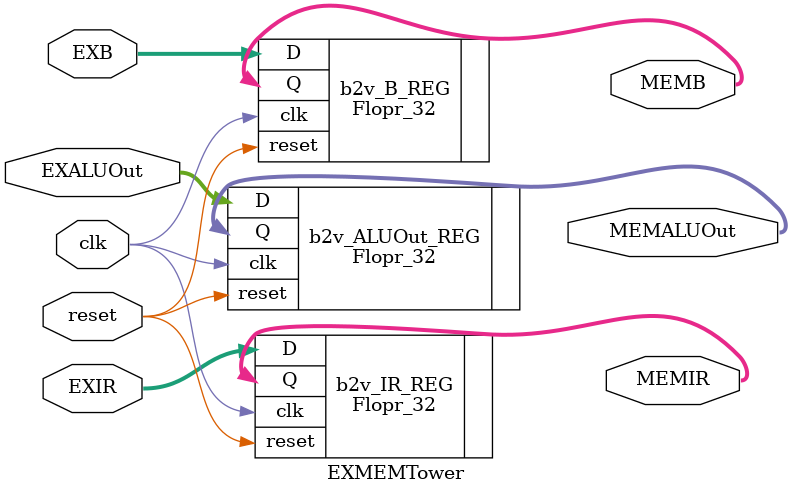
<source format=v>


module EXMEMTower(
	reset,
	clk,
	EXALUOut,
	EXB,
	EXIR,
	MEMALUOut,
	MEMB,
	MEMIR
);


input wire	reset;
input wire	clk;
input wire	[31:0] EXALUOut;
input wire	[31:0] EXB;
input wire	[31:0] EXIR;
output wire	[31:0] MEMALUOut;
output wire	[31:0] MEMB;
output wire	[31:0] MEMIR;






Flopr_32	b2v_ALUOut_REG(
	.reset(reset),
	.clk(clk),
	.D(EXALUOut),
	.Q(MEMALUOut));


Flopr_32	b2v_B_REG(
	.reset(reset),
	.clk(clk),
	.D(EXB),
	.Q(MEMB));


Flopr_32	b2v_IR_REG(
	.reset(reset),
	.clk(clk),
	.D(EXIR),
	.Q(MEMIR));


endmodule

</source>
